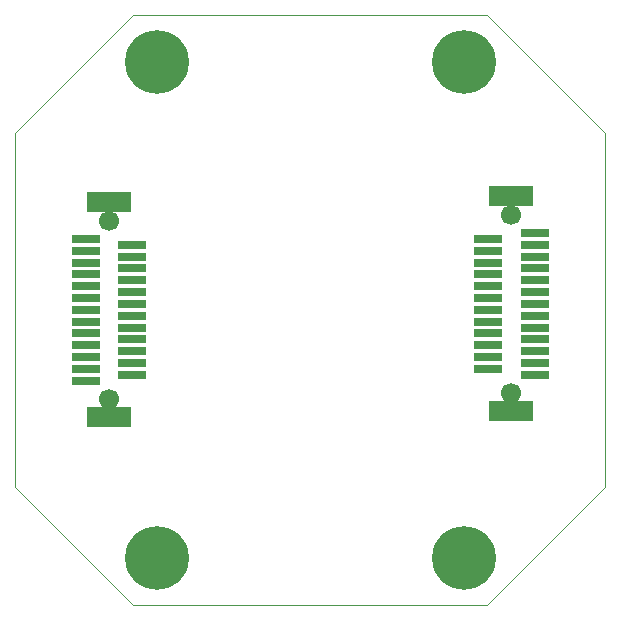
<source format=gbs>
G04 (created by PCBNEW (2013-09-06 BZR 4312)-stable) date L 14 sept  2013 17:28:59 EEST*
%MOIN*%
G04 Gerber Fmt 3.4, Leading zero omitted, Abs format*
%FSLAX34Y34*%
G01*
G70*
G90*
G04 APERTURE LIST*
%ADD10C,0.000787*%
%ADD11C,0.001000*%
%ADD12C,0.066929*%
%ADD13R,0.149606X0.066929*%
%ADD14R,0.097638X0.031496*%
%ADD15C,0.212598*%
G04 APERTURE END LIST*
G54D10*
G54D11*
X55118Y-55118D02*
X43307Y-55118D01*
X59055Y-51181D02*
X55118Y-55118D01*
X59055Y-39370D02*
X59055Y-51181D01*
X55118Y-35433D02*
X59055Y-39370D01*
X43307Y-35433D02*
X55118Y-35433D01*
X39370Y-39370D02*
X43307Y-35433D01*
X39370Y-51181D02*
X39370Y-39370D01*
X43307Y-55118D02*
X39370Y-51181D01*
G54D12*
X42503Y-42303D03*
X42503Y-48248D03*
G54D13*
X42503Y-41692D03*
X42503Y-48858D03*
G54D14*
X41732Y-47637D03*
X41732Y-47244D03*
X41732Y-46850D03*
X41732Y-46456D03*
X41732Y-46062D03*
X41732Y-45669D03*
X41732Y-45275D03*
X41732Y-44881D03*
X41732Y-44488D03*
X41732Y-44094D03*
X41732Y-43700D03*
X41732Y-43307D03*
X41732Y-42913D03*
X43275Y-43110D03*
X43275Y-43503D03*
X43275Y-43897D03*
X43275Y-44291D03*
X43275Y-44685D03*
X43275Y-45078D03*
X43275Y-45472D03*
X43275Y-45866D03*
X43275Y-46259D03*
X43275Y-46653D03*
X43275Y-47047D03*
X43275Y-47440D03*
G54D12*
X42503Y-48248D03*
X42503Y-42303D03*
G54D13*
X42503Y-48858D03*
X42503Y-41692D03*
G54D12*
X55921Y-48051D03*
X55921Y-42106D03*
G54D13*
X55921Y-48661D03*
X55921Y-41496D03*
G54D14*
X56692Y-42716D03*
X56692Y-43110D03*
X56692Y-43503D03*
X56692Y-43897D03*
X56692Y-44291D03*
X56692Y-44685D03*
X56692Y-45078D03*
X56692Y-45472D03*
X56692Y-45866D03*
X56692Y-46259D03*
X56692Y-46653D03*
X56692Y-47047D03*
X56692Y-47440D03*
X55149Y-47244D03*
X55149Y-46850D03*
X55149Y-46456D03*
X55149Y-46062D03*
X55149Y-45669D03*
X55149Y-45275D03*
X55149Y-44881D03*
X55149Y-44488D03*
X55149Y-44094D03*
X55149Y-43700D03*
X55149Y-43307D03*
X55149Y-42913D03*
G54D12*
X55921Y-42106D03*
X55921Y-48051D03*
G54D13*
X55921Y-41496D03*
X55921Y-48661D03*
G54D15*
X44094Y-37007D03*
X54330Y-37007D03*
X54330Y-53543D03*
X44094Y-53543D03*
M02*

</source>
